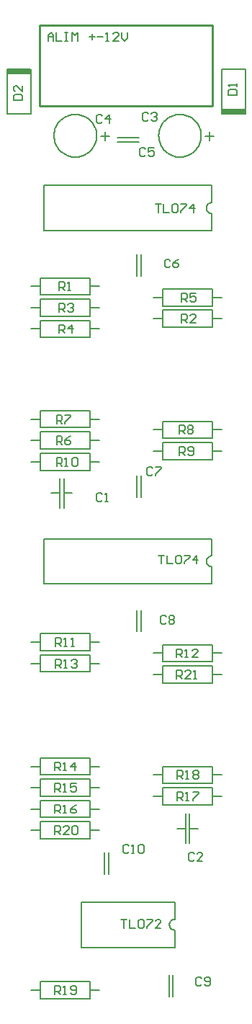
<source format=gto>
G04 Layer_Color=65535*
%FSLAX25Y25*%
%MOIN*%
G70*
G01*
G75*
%ADD22C,0.00787*%
%ADD23C,0.01000*%
%ADD24R,0.11024X0.03150*%
D22*
X45276Y418504D02*
X45225Y419500D01*
X45074Y420485D01*
X44824Y421450D01*
X44478Y422385D01*
X44039Y423280D01*
X43512Y424127D01*
X42901Y424915D01*
X42214Y425638D01*
X41458Y426287D01*
X40639Y426857D01*
X39768Y427341D01*
X38851Y427734D01*
X37900Y428032D01*
X36924Y428233D01*
X35932Y428334D01*
X34935D01*
X33943Y428233D01*
X32966Y428032D01*
X32015Y427734D01*
X31098Y427341D01*
X30227Y426857D01*
X29408Y426287D01*
X28652Y425638D01*
X27965Y424915D01*
X27355Y424127D01*
X26827Y423280D01*
X26388Y422385D01*
X26042Y421450D01*
X25792Y420485D01*
X25641Y419500D01*
X25591Y418504D01*
X25641Y417508D01*
X25792Y416523D01*
X26042Y415557D01*
X26388Y414622D01*
X26827Y413727D01*
X27355Y412881D01*
X27965Y412093D01*
X28652Y411370D01*
X29408Y410721D01*
X30227Y410151D01*
X31098Y409667D01*
X32015Y409274D01*
X32966Y408976D01*
X33943Y408775D01*
X34935Y408674D01*
X35932D01*
X36924Y408775D01*
X37900Y408976D01*
X38851Y409274D01*
X39768Y409667D01*
X40639Y410151D01*
X41458Y410721D01*
X42214Y411370D01*
X42901Y412093D01*
X43512Y412881D01*
X44039Y413727D01*
X44478Y414622D01*
X44824Y415557D01*
X45074Y416523D01*
X45225Y417508D01*
X45276Y418504D01*
X93701D02*
X93650Y419500D01*
X93499Y420485D01*
X93249Y421450D01*
X92903Y422385D01*
X92464Y423280D01*
X91937Y424127D01*
X91326Y424915D01*
X90639Y425638D01*
X89883Y426287D01*
X89065Y426857D01*
X88193Y427341D01*
X87277Y427734D01*
X86325Y428032D01*
X85349Y428233D01*
X84357Y428334D01*
X83360D01*
X82368Y428233D01*
X81391Y428032D01*
X80440Y427734D01*
X79524Y427341D01*
X78652Y426857D01*
X77834Y426287D01*
X77077Y425638D01*
X76390Y424915D01*
X75780Y424127D01*
X75252Y423280D01*
X74813Y422385D01*
X74467Y421450D01*
X74217Y420485D01*
X74066Y419500D01*
X74016Y418504D01*
X74066Y417508D01*
X74217Y416523D01*
X74467Y415557D01*
X74813Y414622D01*
X75252Y413727D01*
X75780Y412881D01*
X76390Y412093D01*
X77077Y411370D01*
X77834Y410721D01*
X78652Y410151D01*
X79524Y409667D01*
X80440Y409274D01*
X81391Y408976D01*
X82368Y408775D01*
X83360Y408674D01*
X84357D01*
X85349Y408775D01*
X86325Y408976D01*
X87277Y409274D01*
X88193Y409667D01*
X89065Y410151D01*
X89883Y410721D01*
X90640Y411370D01*
X91326Y412093D01*
X91937Y412881D01*
X92464Y413727D01*
X92903Y414622D01*
X93249Y415557D01*
X93499Y416523D01*
X93650Y417508D01*
X93701Y418504D01*
X98622Y387539D02*
X97665Y387349D01*
X96854Y386807D01*
X96312Y385996D01*
X96122Y385039D01*
X96312Y384083D01*
X96854Y383272D01*
X97665Y382730D01*
X98622Y382539D01*
Y224154D02*
X97665Y223963D01*
X96854Y223421D01*
X96312Y222610D01*
X96122Y221654D01*
X96312Y220697D01*
X96854Y219886D01*
X97665Y219344D01*
X98622Y219154D01*
X81496Y56043D02*
X80539Y55853D01*
X79728Y55311D01*
X79186Y54500D01*
X78996Y53543D01*
X79186Y52587D01*
X79728Y51775D01*
X80539Y51234D01*
X81496Y51043D01*
X63779Y189173D02*
Y199016D01*
X65748Y189173D02*
Y199016D01*
X49213Y416339D02*
Y420339D01*
X47213Y418339D02*
X51213D01*
X97638Y416339D02*
Y420339D01*
X95638Y418339D02*
X99638D01*
X54921Y417520D02*
X64764D01*
X54921Y415551D02*
X64764D01*
X63779Y353740D02*
Y363583D01*
X65748Y353740D02*
Y363583D01*
X98622Y387539D02*
Y395473D01*
Y374606D02*
Y382539D01*
X21063Y374606D02*
Y395473D01*
X98622D01*
X21063Y374606D02*
X98622D01*
X14961Y338976D02*
X15502D01*
X16978D02*
X18898D01*
X42126Y335039D02*
Y342913D01*
X19291D02*
X42126D01*
X19291Y335039D02*
Y342913D01*
Y335039D02*
X42126D01*
X42520Y338976D02*
X46457D01*
X15502D02*
X16978D01*
X45915Y348819D02*
X46457D01*
X42520D02*
X44439D01*
X19291Y344882D02*
Y352756D01*
Y344882D02*
X42126D01*
Y352756D01*
X19291D02*
X42126D01*
X14961Y348819D02*
X18898D01*
X44439D02*
X45915D01*
X102608Y343701D02*
X103150D01*
X99213D02*
X101132D01*
X75984Y339764D02*
Y347638D01*
Y339764D02*
X98819D01*
Y347638D01*
X75984D02*
X98819D01*
X71653Y343701D02*
X75590D01*
X101132D02*
X102608D01*
X14961Y329134D02*
X15502D01*
X16978D02*
X18898D01*
X42126Y325197D02*
Y333071D01*
X19291D02*
X42126D01*
X19291Y325197D02*
Y333071D01*
Y325197D02*
X42126D01*
X42520Y329134D02*
X46457D01*
X15502D02*
X16978D01*
X102608Y333858D02*
X103150D01*
X99213D02*
X101132D01*
X75984Y329921D02*
Y337795D01*
Y329921D02*
X98819D01*
Y337795D01*
X75984D02*
X98819D01*
X71653Y333858D02*
X75590D01*
X101132D02*
X102608D01*
X98622Y224154D02*
Y232087D01*
Y211221D02*
Y219154D01*
X21063Y211221D02*
Y232087D01*
X98622D01*
X21063Y211221D02*
X98622D01*
X14961Y277559D02*
X15502D01*
X16978D02*
X18898D01*
X42126Y273622D02*
Y281496D01*
X19291D02*
X42126D01*
X19291Y273622D02*
Y281496D01*
Y273622D02*
X42126D01*
X42520Y277559D02*
X46457D01*
X15502D02*
X16978D01*
X14961Y287402D02*
X15502D01*
X16978D02*
X18898D01*
X42126Y283465D02*
Y291339D01*
X19291D02*
X42126D01*
X19291Y283465D02*
Y291339D01*
Y283465D02*
X42126D01*
X42520Y287402D02*
X46457D01*
X15502D02*
X16978D01*
X71653Y282480D02*
X72195D01*
X73671D02*
X75590D01*
X98819Y278543D02*
Y286417D01*
X75984D02*
X98819D01*
X75984Y278543D02*
Y286417D01*
Y278543D02*
X98819D01*
X99213Y282480D02*
X103150D01*
X72195D02*
X73671D01*
X65748Y251378D02*
Y261221D01*
X63779Y251378D02*
Y261221D01*
X102608Y272638D02*
X103150D01*
X99213D02*
X101132D01*
X75984Y268701D02*
Y276575D01*
Y268701D02*
X98819D01*
Y276575D01*
X75984D02*
X98819D01*
X71653Y272638D02*
X75590D01*
X101132D02*
X102608D01*
X45915Y267717D02*
X46457D01*
X42520D02*
X44439D01*
X19291Y263779D02*
Y271654D01*
Y263779D02*
X42126D01*
Y271654D01*
X19291D02*
X42126D01*
X14961Y267717D02*
X18898D01*
X44439D02*
X45915D01*
X24213Y253150D02*
X28150D01*
X30118D02*
X34055D01*
X28150Y246260D02*
Y260039D01*
X30118Y246260D02*
Y260039D01*
X14961Y174409D02*
X15502D01*
X16978D02*
X18898D01*
X42126Y170473D02*
Y178347D01*
X19291D02*
X42126D01*
X19291Y170473D02*
Y178347D01*
Y170473D02*
X42126D01*
X42520Y174409D02*
X46457D01*
X15502D02*
X16978D01*
X71653Y179134D02*
X72195D01*
X73671D02*
X75590D01*
X98819Y175197D02*
Y183071D01*
X75984D02*
X98819D01*
X75984Y175197D02*
Y183071D01*
Y175197D02*
X98819D01*
X99213Y179134D02*
X103150D01*
X72195D02*
X73671D01*
X45915Y184252D02*
X46457D01*
X42520D02*
X44439D01*
X19291Y180315D02*
Y188189D01*
Y180315D02*
X42126D01*
Y188189D01*
X19291D02*
X42126D01*
X14961Y184252D02*
X18898D01*
X44439D02*
X45915D01*
X102608Y169291D02*
X103150D01*
X99213D02*
X101132D01*
X75984Y165354D02*
Y173228D01*
Y165354D02*
X98819D01*
Y173228D01*
X75984D02*
X98819D01*
X71653Y169291D02*
X75590D01*
X101132D02*
X102608D01*
X80709Y20276D02*
Y30118D01*
X78740Y20276D02*
Y30118D01*
X48819Y76968D02*
Y86811D01*
X50787Y76968D02*
Y86811D01*
X14961Y126772D02*
X15502D01*
X16978D02*
X18898D01*
X42126Y122835D02*
Y130709D01*
X19291D02*
X42126D01*
X19291Y122835D02*
Y130709D01*
Y122835D02*
X42126D01*
X42520Y126772D02*
X46457D01*
X15502D02*
X16978D01*
X14961Y116929D02*
X15502D01*
X16978D02*
X18898D01*
X42126Y112992D02*
Y120866D01*
X19291D02*
X42126D01*
X19291Y112992D02*
Y120866D01*
Y112992D02*
X42126D01*
X42520Y116929D02*
X46457D01*
X15502D02*
X16978D01*
X14961Y107087D02*
X15502D01*
X16978D02*
X18898D01*
X42126Y103150D02*
Y111024D01*
X19291D02*
X42126D01*
X19291Y103150D02*
Y111024D01*
Y103150D02*
X42126D01*
X42520Y107087D02*
X46457D01*
X15502D02*
X16978D01*
X81496Y56043D02*
Y63976D01*
Y43110D02*
Y51043D01*
X38189Y43110D02*
Y63976D01*
X81496D01*
X38189Y43110D02*
X81496D01*
X71653Y112992D02*
X72195D01*
X73671D02*
X75590D01*
X98819Y109055D02*
Y116929D01*
X75984D02*
X98819D01*
X75984Y109055D02*
Y116929D01*
Y109055D02*
X98819D01*
X99213Y112992D02*
X103150D01*
X72195D02*
X73671D01*
X102608Y122835D02*
X103150D01*
X99213D02*
X101132D01*
X75984Y118898D02*
Y126772D01*
Y118898D02*
X98819D01*
Y126772D01*
X75984D02*
X98819D01*
X71653Y122835D02*
X75590D01*
X101132D02*
X102608D01*
X45915Y23228D02*
X46457D01*
X42520D02*
X44439D01*
X19291Y19291D02*
Y27165D01*
Y19291D02*
X42126D01*
Y27165D01*
X19291D02*
X42126D01*
X14961Y23228D02*
X18898D01*
X44439D02*
X45915D01*
X88386Y98032D02*
X92323D01*
X82480D02*
X86417D01*
X88386Y91142D02*
Y104921D01*
X86417Y91142D02*
Y104921D01*
X14961Y97244D02*
X15502D01*
X16978D02*
X18898D01*
X42126Y93307D02*
Y101181D01*
X19291D02*
X42126D01*
X19291Y93307D02*
Y101181D01*
Y93307D02*
X42126D01*
X42520Y97244D02*
X46457D01*
X15502D02*
X16978D01*
X14764Y428543D02*
Y449409D01*
X3740Y428543D02*
Y449409D01*
Y428543D02*
X14764D01*
X103150D02*
Y449409D01*
X114173Y428543D02*
Y449409D01*
X103150D02*
X114173D01*
X47899Y252492D02*
X47243Y253148D01*
X45932D01*
X45276Y252492D01*
Y249869D01*
X45932Y249213D01*
X47243D01*
X47899Y249869D01*
X49211Y249213D02*
X50523D01*
X49867D01*
Y253148D01*
X49211Y252492D01*
X90419Y86351D02*
X89763Y87007D01*
X88451D01*
X87795Y86351D01*
Y83727D01*
X88451Y83071D01*
X89763D01*
X90419Y83727D01*
X94355Y83071D02*
X91731D01*
X94355Y85695D01*
Y86351D01*
X93699Y87007D01*
X92387D01*
X91731Y86351D01*
X69159Y428477D02*
X68503Y429133D01*
X67191D01*
X66535Y428477D01*
Y425853D01*
X67191Y425197D01*
X68503D01*
X69159Y425853D01*
X70471Y428477D02*
X71127Y429133D01*
X72439D01*
X73095Y428477D01*
Y427821D01*
X72439Y427165D01*
X71783D01*
X72439D01*
X73095Y426509D01*
Y425853D01*
X72439Y425197D01*
X71127D01*
X70471Y425853D01*
X47899Y427689D02*
X47243Y428345D01*
X45932D01*
X45276Y427689D01*
Y425065D01*
X45932Y424409D01*
X47243D01*
X47899Y425065D01*
X51179Y424409D02*
Y428345D01*
X49211Y426377D01*
X51835D01*
X67978Y412335D02*
X67322Y412991D01*
X66010D01*
X65354Y412335D01*
Y409711D01*
X66010Y409055D01*
X67322D01*
X67978Y409711D01*
X71914Y412991D02*
X69290D01*
Y411023D01*
X70602Y411679D01*
X71258D01*
X71914Y411023D01*
Y409711D01*
X71258Y409055D01*
X69946D01*
X69290Y409711D01*
X79396Y360760D02*
X78740Y361416D01*
X77428D01*
X76772Y360760D01*
Y358136D01*
X77428Y357480D01*
X78740D01*
X79396Y358136D01*
X83331Y361416D02*
X82019Y360760D01*
X80707Y359448D01*
Y358136D01*
X81363Y357480D01*
X82675D01*
X83331Y358136D01*
Y358792D01*
X82675Y359448D01*
X80707D01*
X71128Y264697D02*
X70472Y265353D01*
X69160D01*
X68504Y264697D01*
Y262073D01*
X69160Y261417D01*
X70472D01*
X71128Y262073D01*
X72440Y265353D02*
X75064D01*
Y264697D01*
X72440Y262073D01*
Y261417D01*
X77427Y195800D02*
X76771Y196455D01*
X75459D01*
X74803Y195800D01*
Y193176D01*
X75459Y192520D01*
X76771D01*
X77427Y193176D01*
X78739Y195800D02*
X79395Y196455D01*
X80707D01*
X81363Y195800D01*
Y195143D01*
X80707Y194488D01*
X81363Y193832D01*
Y193176D01*
X80707Y192520D01*
X79395D01*
X78739Y193176D01*
Y193832D01*
X79395Y194488D01*
X78739Y195143D01*
Y195800D01*
X79395Y194488D02*
X80707D01*
X93962Y28477D02*
X93306Y29133D01*
X91995D01*
X91339Y28477D01*
Y25853D01*
X91995Y25197D01*
X93306D01*
X93962Y25853D01*
X95274D02*
X95930Y25197D01*
X97242D01*
X97898Y25853D01*
Y28477D01*
X97242Y29133D01*
X95930D01*
X95274Y28477D01*
Y27821D01*
X95930Y27165D01*
X97898D01*
X60104Y89894D02*
X59448Y90550D01*
X58136D01*
X57480Y89894D01*
Y87270D01*
X58136Y86614D01*
X59448D01*
X60104Y87270D01*
X61416Y86614D02*
X62728D01*
X62072D01*
Y90550D01*
X61416Y89894D01*
X64696D02*
X65352Y90550D01*
X66664D01*
X67320Y89894D01*
Y87270D01*
X66664Y86614D01*
X65352D01*
X64696Y87270D01*
Y89894D01*
X106300Y437402D02*
X110236D01*
Y439369D01*
X109580Y440025D01*
X106956D01*
X106300Y439369D01*
Y437402D01*
X110236Y441337D02*
Y442649D01*
Y441993D01*
X106300D01*
X106956Y441337D01*
X6891Y435039D02*
X10827D01*
Y437007D01*
X10171Y437663D01*
X7547D01*
X6891Y437007D01*
Y435039D01*
X10827Y441599D02*
Y438975D01*
X8203Y441599D01*
X7547D01*
X6891Y440943D01*
Y439631D01*
X7547Y438975D01*
X22756Y462205D02*
Y464828D01*
X24068Y466141D01*
X25380Y464828D01*
Y462205D01*
Y464173D01*
X22756D01*
X26692Y466141D02*
Y462205D01*
X29316D01*
X30627Y466141D02*
X31939D01*
X31283D01*
Y462205D01*
X30627D01*
X31939D01*
X33907D02*
Y466141D01*
X35219Y464828D01*
X36531Y466141D01*
Y462205D01*
X41779Y464173D02*
X44403D01*
X43091Y465485D02*
Y462861D01*
X45714Y464173D02*
X48338D01*
X49650Y462205D02*
X50962D01*
X50306D01*
Y466141D01*
X49650Y465485D01*
X55554Y462205D02*
X52930D01*
X55554Y464828D01*
Y465485D01*
X54898Y466141D01*
X53586D01*
X52930Y465485D01*
X56866Y466141D02*
Y463517D01*
X58178Y462205D01*
X59490Y463517D01*
Y466141D01*
X27953Y346850D02*
Y350786D01*
X29921D01*
X30577Y350130D01*
Y348818D01*
X29921Y348162D01*
X27953D01*
X29265D02*
X30577Y346850D01*
X31888D02*
X33200D01*
X32544D01*
Y350786D01*
X31888Y350130D01*
X84646Y331890D02*
Y335825D01*
X86614D01*
X87270Y335170D01*
Y333858D01*
X86614Y333202D01*
X84646D01*
X85958D02*
X87270Y331890D01*
X91205D02*
X88581D01*
X91205Y334514D01*
Y335170D01*
X90549Y335825D01*
X89237D01*
X88581Y335170D01*
X27953Y337008D02*
Y340944D01*
X29921D01*
X30577Y340288D01*
Y338976D01*
X29921Y338320D01*
X27953D01*
X29265D02*
X30577Y337008D01*
X31888Y340288D02*
X32544Y340944D01*
X33856D01*
X34512Y340288D01*
Y339632D01*
X33856Y338976D01*
X33200D01*
X33856D01*
X34512Y338320D01*
Y337664D01*
X33856Y337008D01*
X32544D01*
X31888Y337664D01*
X27953Y327165D02*
Y331101D01*
X29921D01*
X30577Y330445D01*
Y329133D01*
X29921Y328477D01*
X27953D01*
X29265D02*
X30577Y327165D01*
X33856D02*
Y331101D01*
X31888Y329133D01*
X34512D01*
X84646Y341732D02*
Y345668D01*
X86614D01*
X87270Y345012D01*
Y343700D01*
X86614Y343044D01*
X84646D01*
X85958D02*
X87270Y341732D01*
X91205Y345668D02*
X88581D01*
Y343700D01*
X89893Y344356D01*
X90549D01*
X91205Y343700D01*
Y342388D01*
X90549Y341732D01*
X89237D01*
X88581Y342388D01*
X26772Y275590D02*
Y279526D01*
X28740D01*
X29395Y278870D01*
Y277558D01*
X28740Y276903D01*
X26772D01*
X28084D02*
X29395Y275590D01*
X33331Y279526D02*
X32019Y278870D01*
X30707Y277558D01*
Y276247D01*
X31363Y275590D01*
X32675D01*
X33331Y276247D01*
Y276903D01*
X32675Y277558D01*
X30707D01*
X26772Y285433D02*
Y289369D01*
X28740D01*
X29395Y288713D01*
Y287401D01*
X28740Y286745D01*
X26772D01*
X28084D02*
X29395Y285433D01*
X30707Y289369D02*
X33331D01*
Y288713D01*
X30707Y286089D01*
Y285433D01*
X83465Y280512D02*
Y284448D01*
X85432D01*
X86088Y283792D01*
Y282480D01*
X85432Y281824D01*
X83465D01*
X84777D02*
X86088Y280512D01*
X87400Y283792D02*
X88056Y284448D01*
X89368D01*
X90024Y283792D01*
Y283136D01*
X89368Y282480D01*
X90024Y281824D01*
Y281168D01*
X89368Y280512D01*
X88056D01*
X87400Y281168D01*
Y281824D01*
X88056Y282480D01*
X87400Y283136D01*
Y283792D01*
X88056Y282480D02*
X89368D01*
X83661Y270669D02*
Y274605D01*
X85629D01*
X86285Y273949D01*
Y272637D01*
X85629Y271981D01*
X83661D01*
X84973D02*
X86285Y270669D01*
X87597Y271325D02*
X88253Y270669D01*
X89565D01*
X90221Y271325D01*
Y273949D01*
X89565Y274605D01*
X88253D01*
X87597Y273949D01*
Y273293D01*
X88253Y272637D01*
X90221D01*
X26772Y265748D02*
Y269684D01*
X28740D01*
X29395Y269028D01*
Y267716D01*
X28740Y267060D01*
X26772D01*
X28084D02*
X29395Y265748D01*
X30707D02*
X32019D01*
X31363D01*
Y269684D01*
X30707Y269028D01*
X33987D02*
X34643Y269684D01*
X35955D01*
X36611Y269028D01*
Y266404D01*
X35955Y265748D01*
X34643D01*
X33987Y266404D01*
Y269028D01*
X26378Y182283D02*
Y186219D01*
X28346D01*
X29002Y185563D01*
Y184251D01*
X28346Y183595D01*
X26378D01*
X27690D02*
X29002Y182283D01*
X30314D02*
X31626D01*
X30970D01*
Y186219D01*
X30314Y185563D01*
X33593Y182283D02*
X34905D01*
X34249D01*
Y186219D01*
X33593Y185563D01*
X82284Y177165D02*
Y181101D01*
X84251D01*
X84907Y180445D01*
Y179133D01*
X84251Y178477D01*
X82284D01*
X83595D02*
X84907Y177165D01*
X86219D02*
X87531D01*
X86875D01*
Y181101D01*
X86219Y180445D01*
X92123Y177165D02*
X89499D01*
X92123Y179789D01*
Y180445D01*
X91467Y181101D01*
X90155D01*
X89499Y180445D01*
X26378Y172441D02*
Y176377D01*
X28346D01*
X29002Y175721D01*
Y174409D01*
X28346Y173753D01*
X26378D01*
X27690D02*
X29002Y172441D01*
X30314D02*
X31626D01*
X30970D01*
Y176377D01*
X30314Y175721D01*
X33593D02*
X34249Y176377D01*
X35561D01*
X36217Y175721D01*
Y175065D01*
X35561Y174409D01*
X34905D01*
X35561D01*
X36217Y173753D01*
Y173097D01*
X35561Y172441D01*
X34249D01*
X33593Y173097D01*
X25984Y124803D02*
Y128739D01*
X27952D01*
X28608Y128083D01*
Y126771D01*
X27952Y126115D01*
X25984D01*
X27296D02*
X28608Y124803D01*
X29920D02*
X31232D01*
X30576D01*
Y128739D01*
X29920Y128083D01*
X35168Y124803D02*
Y128739D01*
X33200Y126771D01*
X35824D01*
X25984Y114961D02*
Y118896D01*
X27952D01*
X28608Y118240D01*
Y116929D01*
X27952Y116272D01*
X25984D01*
X27296D02*
X28608Y114961D01*
X29920D02*
X31232D01*
X30576D01*
Y118896D01*
X29920Y118240D01*
X35824Y118896D02*
X33200D01*
Y116929D01*
X34512Y117584D01*
X35168D01*
X35824Y116929D01*
Y115617D01*
X35168Y114961D01*
X33856D01*
X33200Y115617D01*
X25984Y105118D02*
Y109054D01*
X27952D01*
X28608Y108398D01*
Y107086D01*
X27952Y106430D01*
X25984D01*
X27296D02*
X28608Y105118D01*
X29920D02*
X31232D01*
X30576D01*
Y109054D01*
X29920Y108398D01*
X35824Y109054D02*
X34512Y108398D01*
X33200Y107086D01*
Y105774D01*
X33856Y105118D01*
X35168D01*
X35824Y105774D01*
Y106430D01*
X35168Y107086D01*
X33200D01*
X82677Y111024D02*
Y114959D01*
X84645D01*
X85301Y114303D01*
Y112991D01*
X84645Y112336D01*
X82677D01*
X83989D02*
X85301Y111024D01*
X86613D02*
X87925D01*
X87269D01*
Y114959D01*
X86613Y114303D01*
X89893Y114959D02*
X92516D01*
Y114303D01*
X89893Y111680D01*
Y111024D01*
X82677Y120866D02*
Y124802D01*
X84645D01*
X85301Y124146D01*
Y122834D01*
X84645Y122178D01*
X82677D01*
X83989D02*
X85301Y120866D01*
X86613D02*
X87925D01*
X87269D01*
Y124802D01*
X86613Y124146D01*
X89893D02*
X90549Y124802D01*
X91861D01*
X92516Y124146D01*
Y123490D01*
X91861Y122834D01*
X92516Y122178D01*
Y121522D01*
X91861Y120866D01*
X90549D01*
X89893Y121522D01*
Y122178D01*
X90549Y122834D01*
X89893Y123490D01*
Y124146D01*
X90549Y122834D02*
X91861D01*
X25984Y21260D02*
Y25196D01*
X27952D01*
X28608Y24540D01*
Y23228D01*
X27952Y22572D01*
X25984D01*
X27296D02*
X28608Y21260D01*
X29920D02*
X31232D01*
X30576D01*
Y25196D01*
X29920Y24540D01*
X33200Y21916D02*
X33856Y21260D01*
X35168D01*
X35824Y21916D01*
Y24540D01*
X35168Y25196D01*
X33856D01*
X33200Y24540D01*
Y23884D01*
X33856Y23228D01*
X35824D01*
X25984Y95276D02*
Y99211D01*
X27952D01*
X28608Y98555D01*
Y97243D01*
X27952Y96588D01*
X25984D01*
X27296D02*
X28608Y95276D01*
X32544D02*
X29920D01*
X32544Y97899D01*
Y98555D01*
X31888Y99211D01*
X30576D01*
X29920Y98555D01*
X33856D02*
X34512Y99211D01*
X35824D01*
X36480Y98555D01*
Y95932D01*
X35824Y95276D01*
X34512D01*
X33856Y95932D01*
Y98555D01*
X82284Y167323D02*
Y171259D01*
X84251D01*
X84907Y170603D01*
Y169291D01*
X84251Y168635D01*
X82284D01*
X83595D02*
X84907Y167323D01*
X88843D02*
X86219D01*
X88843Y169947D01*
Y170603D01*
X88187Y171259D01*
X86875D01*
X86219Y170603D01*
X90155Y167323D02*
X91467D01*
X90811D01*
Y171259D01*
X90155Y170603D01*
X56693Y55904D02*
X59317D01*
X58005D01*
Y51968D01*
X60629Y55904D02*
Y51968D01*
X63253D01*
X64564Y55248D02*
X65220Y55904D01*
X66532D01*
X67188Y55248D01*
Y52624D01*
X66532Y51968D01*
X65220D01*
X64564Y52624D01*
Y55248D01*
X68500Y55904D02*
X71124D01*
Y55248D01*
X68500Y52624D01*
Y51968D01*
X75060D02*
X72436D01*
X75060Y54592D01*
Y55248D01*
X74404Y55904D01*
X73092D01*
X72436Y55248D01*
X72441Y387007D02*
X75065D01*
X73753D01*
Y383071D01*
X76377Y387007D02*
Y383071D01*
X79001D01*
X80312Y386351D02*
X80968Y387007D01*
X82280D01*
X82936Y386351D01*
Y383727D01*
X82280Y383071D01*
X80968D01*
X80312Y383727D01*
Y386351D01*
X84248Y387007D02*
X86872D01*
Y386351D01*
X84248Y383727D01*
Y383071D01*
X90152D02*
Y387007D01*
X88184Y385039D01*
X90808D01*
X74016Y224408D02*
X76640D01*
X75328D01*
Y220472D01*
X77952Y224408D02*
Y220472D01*
X80575D01*
X81887Y223752D02*
X82543Y224408D01*
X83855D01*
X84511Y223752D01*
Y221128D01*
X83855Y220472D01*
X82543D01*
X81887Y221128D01*
Y223752D01*
X85823Y224408D02*
X88447D01*
Y223752D01*
X85823Y221128D01*
Y220472D01*
X91727D02*
Y224408D01*
X89759Y222440D01*
X92383D01*
D23*
X19055Y432520D02*
Y469685D01*
X18976Y432441D02*
X99055D01*
Y469685D01*
X19055D02*
X99055D01*
D24*
X9252Y448228D02*
D03*
X108661Y429725D02*
D03*
M02*

</source>
